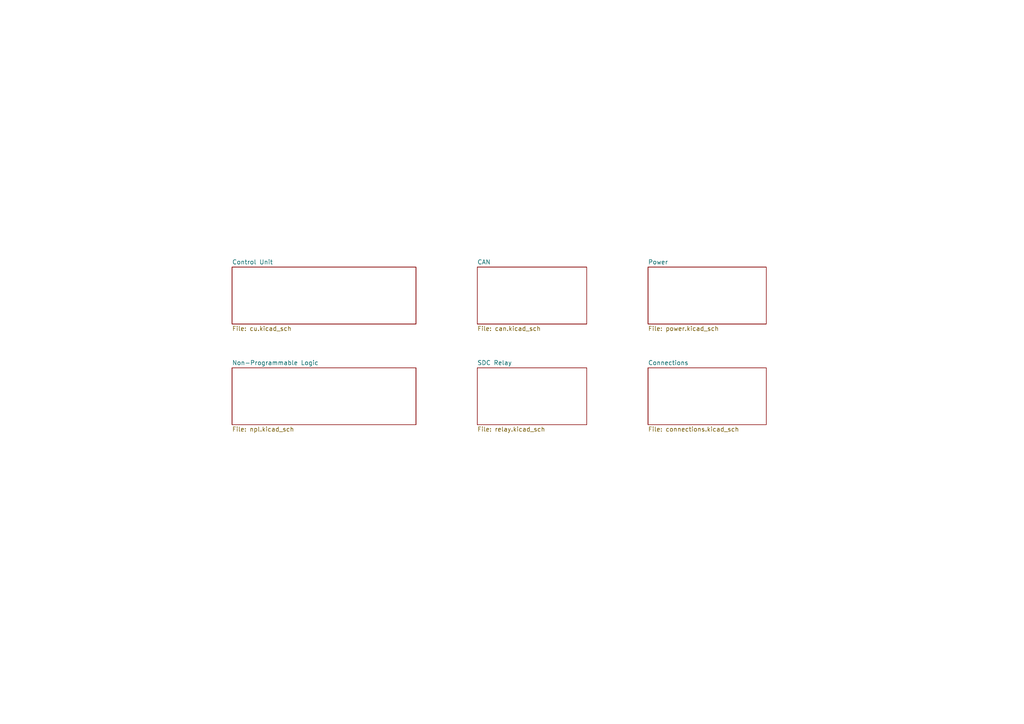
<source format=kicad_sch>
(kicad_sch (version 20211123) (generator eeschema)
  (paper "A4")
  (title_block (title "SDCL - Meta") (date "2021-12-16") (rev "v1.0") (company "FaSTTUBe - Formula Student Team TU Berlin") (comment 1 "Car 113") (comment 2 "EBS Electronics") (comment 3 "T 14.5 rule conformity"))
  (lib_symbols)
  (sheet (at 67.31 106.68) (size 53.34 16.51)
    (property "Sheet name" "Non-Programmable Logic" (at 67.31 105.9684 0) (effects (justify left bottom)))
    (property "Sheet file" "npl.kicad_sch" (at 67.31 123.7746 0) (effects (justify left top)))
  )
  (sheet (at 67.31 77.47) (size 53.34 16.51)
    (property "Sheet name" "Control Unit" (at 67.31 76.7584 0) (effects (justify left bottom)))
    (property "Sheet file" "cu.kicad_sch" (at 67.31 94.5646 0) (effects (justify left top)))
  )
  (sheet (at 138.43 106.68) (size 31.75 16.51)
    (property "Sheet name" "SDC Relay" (at 138.43 105.9684 0) (effects (justify left bottom)))
    (property "Sheet file" "relay.kicad_sch" (at 138.43 123.7746 0) (effects (justify left top)))
  )
  (sheet (at 187.96 77.47) (size 34.29 16.51)
    (property "Sheet name" "Power" (at 187.96 76.7584 0) (effects (justify left bottom)))
    (property "Sheet file" "power.kicad_sch" (at 187.96 94.5646 0) (effects (justify left top)))
  )
  (sheet (at 187.96 106.68) (size 34.29 16.51)
    (property "Sheet name" "Connections" (at 187.96 105.9684 0) (effects (justify left bottom)))
    (property "Sheet file" "connections.kicad_sch" (at 187.96 123.7746 0) (effects (justify left top)))
  )
  (sheet (at 138.43 77.47) (size 31.75 16.51)
    (property "Sheet name" "CAN" (at 138.43 76.7584 0) (effects (justify left bottom)))
    (property "Sheet file" "can.kicad_sch" (at 138.43 94.5646 0) (effects (justify left top)))
  )
)
</source>
